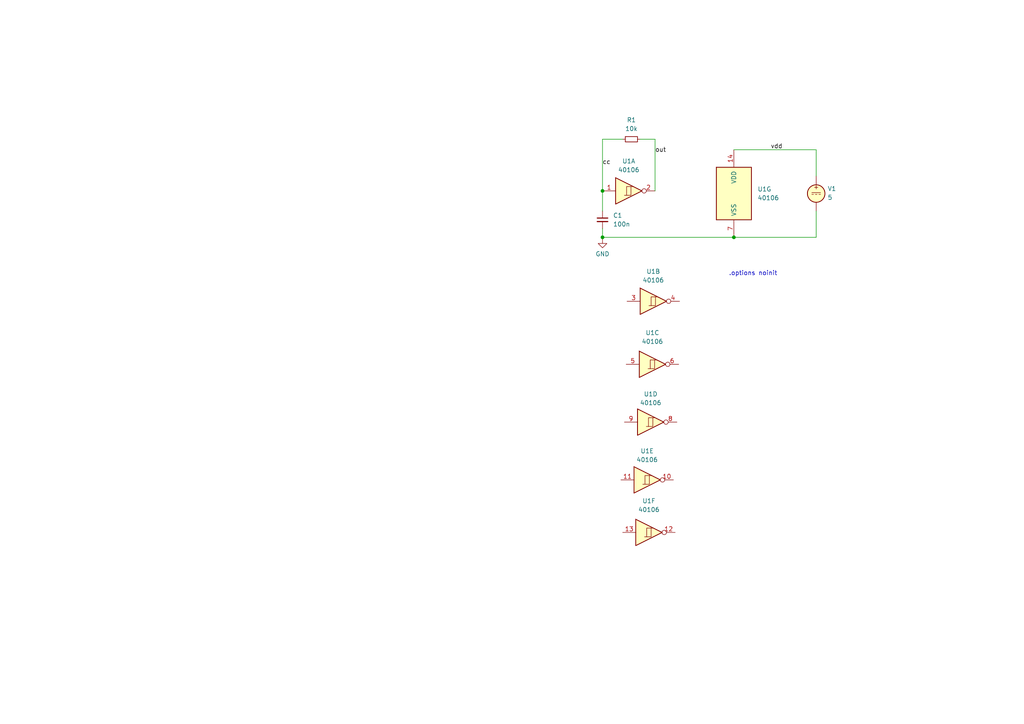
<source format=kicad_sch>
(kicad_sch (version 20230819) (generator eeschema)
  (paper "A4")
  (lib_symbols
    (symbol "4xxx:40106" (pin_names (offset 1.016))
      (property "Reference" "U" (at 0 1.27 0))
      (property "Value" "40106" (at 0 -1.27 0))
      (symbol "40106_1_0"
        (polyline (pts (xy -0.635 -1.27) (xy -0.635 1.27) (xy 0.635 1.27)))
        (polyline (pts (xy -3.81 3.81) (xy -3.81 -3.81) (xy 3.81 0) (xy -3.81 3.81)) (stroke (width 0.254)) (fill (type background)))
        (polyline (pts (xy -1.27 -1.27) (xy 0.635 -1.27) (xy 0.635 1.27) (xy 1.27 1.27)))
        (pin input line (at -7.62 0 0) (length 3.81) (name "~") (number "1"))
        (pin output inverted (at 7.62 0 180) (length 3.81) (name "~") (number "2"))
      )
      (symbol "40106_2_0"
        (polyline (pts (xy -0.635 -1.27) (xy -0.635 1.27) (xy 0.635 1.27)))
        (polyline (pts (xy -3.81 3.81) (xy -3.81 -3.81) (xy 3.81 0) (xy -3.81 3.81)) (stroke (width 0.254)) (fill (type background)))
        (polyline (pts (xy -1.27 -1.27) (xy 0.635 -1.27) (xy 0.635 1.27) (xy 1.27 1.27)))
        (pin input line (at -7.62 0 0) (length 3.81) (name "~") (number "3"))
        (pin output inverted (at 7.62 0 180) (length 3.81) (name "~") (number "4"))
      )
      (symbol "40106_3_0"
        (polyline (pts (xy -0.635 -1.27) (xy -0.635 1.27) (xy 0.635 1.27)))
        (polyline (pts (xy -3.81 3.81) (xy -3.81 -3.81) (xy 3.81 0) (xy -3.81 3.81)) (stroke (width 0.254)) (fill (type background)))
        (polyline (pts (xy -1.27 -1.27) (xy 0.635 -1.27) (xy 0.635 1.27) (xy 1.27 1.27)))
        (pin input line (at -7.62 0 0) (length 3.81) (name "~") (number "5"))
        (pin output inverted (at 7.62 0 180) (length 3.81) (name "~") (number "6"))
      )
      (symbol "40106_4_0"
        (polyline (pts (xy -0.635 -1.27) (xy -0.635 1.27) (xy 0.635 1.27)))
        (polyline (pts (xy -3.81 3.81) (xy -3.81 -3.81) (xy 3.81 0) (xy -3.81 3.81)) (stroke (width 0.254)) (fill (type background)))
        (polyline (pts (xy -1.27 -1.27) (xy 0.635 -1.27) (xy 0.635 1.27) (xy 1.27 1.27)))
        (pin output inverted (at 7.62 0 180) (length 3.81) (name "~") (number "8"))
        (pin input line (at -7.62 0 0) (length 3.81) (name "~") (number "9"))
      )
      (symbol "40106_5_0"
        (polyline (pts (xy -0.635 -1.27) (xy -0.635 1.27) (xy 0.635 1.27)))
        (polyline (pts (xy -3.81 3.81) (xy -3.81 -3.81) (xy 3.81 0) (xy -3.81 3.81)) (stroke (width 0.254)) (fill (type background)))
        (polyline (pts (xy -1.27 -1.27) (xy 0.635 -1.27) (xy 0.635 1.27) (xy 1.27 1.27)))
        (pin output inverted (at 7.62 0 180) (length 3.81) (name "~") (number "10"))
        (pin input line (at -7.62 0 0) (length 3.81) (name "~") (number "11"))
      )
      (symbol "40106_6_0"
        (polyline (pts (xy -0.635 -1.27) (xy -0.635 1.27) (xy 0.635 1.27)))
        (polyline (pts (xy -3.81 3.81) (xy -3.81 -3.81) (xy 3.81 0) (xy -3.81 3.81)) (stroke (width 0.254)) (fill (type background)))
        (polyline (pts (xy -1.27 -1.27) (xy 0.635 -1.27) (xy 0.635 1.27) (xy 1.27 1.27)))
        (pin output inverted (at 7.62 0 180) (length 3.81) (name "~") (number "12"))
        (pin input line (at -7.62 0 0) (length 3.81) (name "~") (number "13"))
      )
      (symbol "40106_7_0"
        (pin power_in line (at 0 12.7 270) (length 5.08) (name "VDD") (number "14"))
        (pin power_in line (at 0 -12.7 90) (length 5.08) (name "VSS") (number "7"))
      )
      (symbol "40106_7_1"
        (rectangle (start -5.08 7.62) (end 5.08 -7.62) (stroke (width 0.254)) (fill (type background)))
      )
    )
    (symbol "Device:C_Small" (pin_numbers hide) (pin_names (offset 0.254) hide)
      (property "Reference" "C" (at 0.254 1.778 0))
      (property "Value" "C_Small" (at 0.254 -2.032 0))
      (symbol "C_Small_0_1"
        (polyline (pts (xy -1.524 -0.508) (xy 1.524 -0.508)) (stroke (width 0.3302)))
        (polyline (pts (xy -1.524 0.508) (xy 1.524 0.508)) (stroke (width 0.3048)))
      )
      (symbol "C_Small_1_1"
        (pin passive line (at 0 2.54 270) (length 2.032) (name "~") (number "1"))
        (pin passive line (at 0 -2.54 90) (length 2.032) (name "~") (number "2"))
      )
    )
    (symbol "Device:R_Small" (pin_numbers hide) (pin_names (offset 0.254) hide)
      (property "Reference" "R" (at 0.762 0.508 0))
      (property "Value" "R_Small" (at 0.762 -1.016 0))
      (symbol "R_Small_0_1"
        (rectangle (start -0.762 1.778) (end 0.762 -1.778) (stroke (width 0.2032)))
      )
      (symbol "R_Small_1_1"
        (pin passive line (at 0 2.54 270) (length 0.762) (name "~") (number "1"))
        (pin passive line (at 0 -2.54 90) (length 0.762) (name "~") (number "2"))
      )
    )
    (symbol "Simulation_SPICE:VDC" (pin_numbers hide) (pin_names (offset 0.0254))
      (property "Reference" "V" (at 2.54 2.54 0))
      (property "Value" "1" (at 2.54 0 0))
      (symbol "VDC_0_0"
        (polyline (pts (xy -1.27 0.254) (xy 1.27 0.254)))
        (polyline (pts (xy -0.762 -0.254) (xy -1.27 -0.254)))
        (polyline (pts (xy 0.254 -0.254) (xy -0.254 -0.254)))
        (polyline (pts (xy 1.27 -0.254) (xy 0.762 -0.254)))
        (text "+" (at 0 1.905 0) (effects (font (size 1.27 1.27))))
      )
      (symbol "VDC_0_1"
        (circle (center 0 0) (radius 2.54) (stroke (width 0.254)) (fill (type background)))
      )
      (symbol "VDC_1_1"
        (pin passive line (at 0 5.08 270) (length 2.54) (name "~") (number "1"))
        (pin passive line (at 0 -5.08 90) (length 2.54) (name "~") (number "2"))
      )
    )
    (symbol "power:GND" (power) (pin_names (offset 0))
      (property "Value" "GND" (at 0 -3.81 0))
      (symbol "GND_0_1"
        (polyline (pts (xy 0 0) (xy 0 -1.27) (xy 1.27 -1.27) (xy 0 -2.54) (xy -1.27 -1.27) (xy 0 -1.27)))
      )
      (symbol "GND_1_1"
        (pin power_in line (at 0 0 270) (length 0) hide (name "GND") (number "1"))
      )
    )
  )
  (junction (at 212.852 68.834))
  (junction (at 174.752 55.372))
  (junction (at 174.752 68.834))
  (wire (pts (xy 180.594 40.386) (xy 174.752 40.386)))
  (wire (pts (xy 236.728 68.834) (xy 212.852 68.834)))
  (wire (pts (xy 174.752 68.834) (xy 174.752 69.342)))
  (wire (pts (xy 174.752 55.372) (xy 174.752 61.214)))
  (wire (pts (xy 189.992 40.386) (xy 185.674 40.386)))
  (wire (pts (xy 236.728 61.214) (xy 236.728 68.834)))
  (wire (pts (xy 174.752 40.386) (xy 174.752 55.372)))
  (wire (pts (xy 236.728 51.054) (xy 236.728 43.434)))
  (wire (pts (xy 236.728 43.434) (xy 212.852 43.434)))
  (wire (pts (xy 189.992 55.372) (xy 189.992 40.386)))
  (wire (pts (xy 174.752 68.834) (xy 212.852 68.834)))
  (wire (pts (xy 174.752 66.294) (xy 174.752 68.834)))
  (text ".options noinit" (at 218.44 79.375 0) (effects (font (size 1.27 1.27))))
  (label "vdd" (at 223.52 43.434 0))
  (label "out" (at 189.992 44.45 0))
  (label "cc" (at 174.752 48.006 0))
  (symbol (lib_id "4xxx:40106") (at 182.372 55.372 0) (unit 1)
    (property "Reference" "U1" (at 182.372 46.736 0))
    (property "Value" "40106" (at 182.372 49.276 0))
    (property "Datasheet" "https://assets.nexperia.com/documents/data-sheet/HEF40106B.pdf" (effects hide))
    (property "Sim.Library" "CD40106B.lib" (effects hide))
    (property "Sim.Name" "CD40106B" (effects hide))
    (property "Sim.Device" "SUBCKT" (effects hide))
    (property "Sim.Pins" "1=Y 2=A 7=AGND 14=VCC" (effects hide))
  )
  (symbol (lib_id "4xxx:40106") (at 189.484 87.376 0) (unit 2)
    (property "Reference" "U1" (at 189.484 78.74 0))
    (property "Value" "40106" (at 189.484 81.28 0))
    (property "Datasheet" "https://assets.nexperia.com/documents/data-sheet/HEF40106B.pdf" (effects hide))
    (property "Sim.Library" "CD40106B.lib" (effects hide))
    (property "Sim.Name" "CD40106B" (effects hide))
    (property "Sim.Device" "SUBCKT" (effects hide))
    (property "Sim.Pins" "1=Y 2=A 7=AGND 14=VCC" (effects hide))
  )
  (symbol (lib_id "power:GND") (at 174.752 69.342 0) (unit 1)
    (property "Reference" "#PWR01" (effects hide))
    (property "Value" "GND" (at 174.752 73.66 0))
  )
  (symbol (lib_id "Device:C_Small") (at 174.752 63.754 0) (unit 1)
    (property "Reference" "C1" (at 177.8 62.4903 0) (effects (justify left)))
    (property "Value" "100n" (at 177.8 65.0303 0) (effects (justify left)))
  )
  (symbol (lib_id "Device:R_Small") (at 183.134 40.386 270) (unit 1)
    (property "Reference" "R1" (at 183.134 34.798 90))
    (property "Value" "10k" (at 183.134 37.338 90))
  )
  (symbol (lib_id "4xxx:40106") (at 189.23 105.664 0) (unit 3)
    (property "Reference" "U1" (at 189.23 96.52 0))
    (property "Value" "40106" (at 189.23 99.06 0))
    (property "Datasheet" "https://assets.nexperia.com/documents/data-sheet/HEF40106B.pdf" (effects hide))
    (property "Sim.Library" "CD40106B.lib" (effects hide))
    (property "Sim.Name" "CD40106B" (effects hide))
    (property "Sim.Device" "SUBCKT" (effects hide))
    (property "Sim.Pins" "1=Y 2=A 7=AGND 14=VCC" (effects hide))
  )
  (symbol (lib_id "4xxx:40106") (at 188.214 154.432 0) (unit 6)
    (property "Reference" "U1" (at 188.214 145.288 0))
    (property "Value" "40106" (at 188.214 147.828 0))
    (property "Datasheet" "https://assets.nexperia.com/documents/data-sheet/HEF40106B.pdf" (effects hide))
    (property "Sim.Library" "CD40106B.lib" (effects hide))
    (property "Sim.Name" "CD40106B" (effects hide))
    (property "Sim.Device" "SUBCKT" (effects hide))
    (property "Sim.Pins" "1=Y 2=A 7=AGND 14=VCC" (effects hide))
  )
  (symbol (lib_id "Simulation_SPICE:VDC") (at 236.728 56.134 0) (unit 1)
    (property "Reference" "V1" (at 240.03 54.7342 0) (effects (justify left)))
    (property "Value" "5" (at 240.03 57.2742 0) (effects (justify left)))
    (property "Sim.Pins" "1=+ 2=-" (effects hide))
    (property "Sim.Type" "DC" (effects hide))
    (property "Sim.Device" "V" (effects hide))
  )
  (symbol (lib_id "4xxx:40106") (at 212.852 56.134 0) (unit 7)
    (property "Reference" "U1" (at 219.71 54.864 0) (effects (justify left)))
    (property "Value" "40106" (at 219.71 57.404 0) (effects (justify left)))
    (property "Datasheet" "https://assets.nexperia.com/documents/data-sheet/HEF40106B.pdf" (effects hide))
    (property "Sim.Library" "CD40106B.lib" (effects hide))
    (property "Sim.Name" "CD40106B" (effects hide))
    (property "Sim.Device" "SUBCKT" (effects hide))
    (property "Sim.Pins" "1=Y 2=A 7=AGND 14=VCC" (effects hide))
  )
  (symbol (lib_id "4xxx:40106") (at 188.722 122.428 0) (unit 4)
    (property "Reference" "U1" (at 188.722 114.3 0))
    (property "Value" "40106" (at 188.722 116.84 0))
    (property "Datasheet" "https://assets.nexperia.com/documents/data-sheet/HEF40106B.pdf" (effects hide))
    (property "Sim.Library" "CD40106B.lib" (effects hide))
    (property "Sim.Name" "CD40106B" (effects hide))
    (property "Sim.Device" "SUBCKT" (effects hide))
    (property "Sim.Pins" "1=Y 2=A 7=AGND 14=VCC" (effects hide))
  )
  (symbol (lib_id "4xxx:40106") (at 187.706 139.192 0) (unit 5)
    (property "Reference" "U1" (at 187.706 130.81 0))
    (property "Value" "40106" (at 187.706 133.35 0))
    (property "Datasheet" "https://assets.nexperia.com/documents/data-sheet/HEF40106B.pdf" (effects hide))
    (property "Sim.Library" "CD40106B.lib" (effects hide))
    (property "Sim.Name" "CD40106B" (effects hide))
    (property "Sim.Device" "SUBCKT" (effects hide))
    (property "Sim.Pins" "1=Y 2=A 7=AGND 14=VCC" (effects hide))
  )
)
</source>
